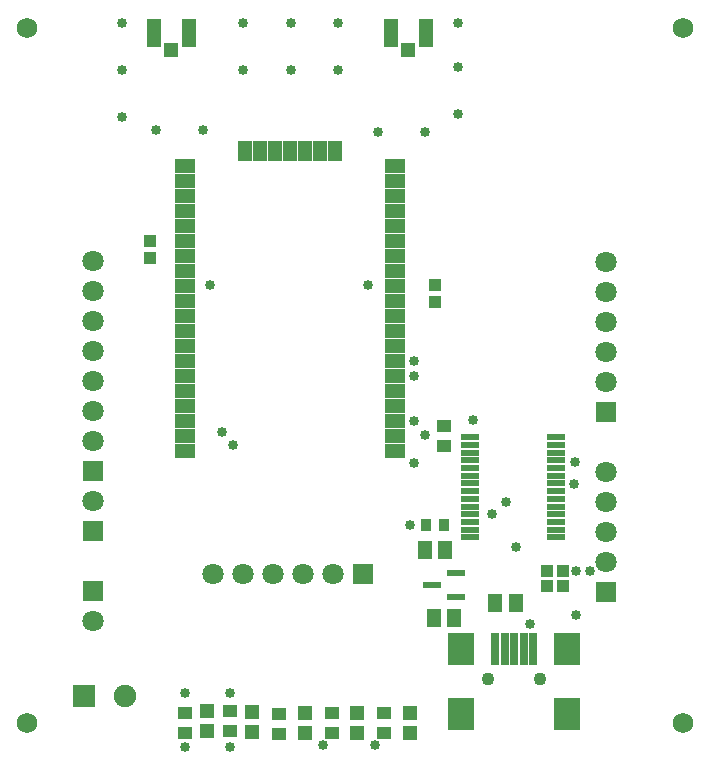
<source format=gbr>
%TF.GenerationSoftware,Altium Limited,Altium NEXUS,2.1.6 (59)*%
G04 Layer_Color=8388736*
%FSLAX45Y45*%
%MOMM*%
%TF.FileFunction,Soldermask,Top*%
%TF.Part,Single*%
G01*
G75*
%TA.AperFunction,SMDPad,CuDef*%
%ADD14R,1.61000X0.61000*%
%TA.AperFunction,ViaPad*%
%ADD34C,0.85320*%
%TA.AperFunction,WasherPad*%
%ADD35C,1.72720*%
%TA.AperFunction,ComponentPad*%
%ADD36C,1.10320*%
%ADD37R,1.80320X1.80320*%
%ADD38C,1.80320*%
%ADD39R,1.90320X1.90320*%
%ADD40C,1.90320*%
%ADD41R,1.80320X1.80320*%
%TA.AperFunction,SMDPad,CuDef*%
%ADD49R,1.20320X1.25320*%
%ADD50R,1.25320X2.40320*%
%ADD51R,1.30320X1.58320*%
%ADD52R,1.20320X1.10320*%
%ADD53R,1.20320X1.30320*%
%ADD54R,2.20320X2.70320*%
%ADD55R,0.70320X2.70320*%
%ADD56R,1.00320X1.10320*%
%ADD57R,1.60020X0.55120*%
%ADD58R,1.10320X1.00320*%
%ADD59R,1.21920X1.72720*%
%ADD60R,1.72720X1.21920*%
%ADD61R,0.90320X1.10320*%
D14*
X6275900Y4152900D02*
D03*
X6474900Y4255400D02*
D03*
Y4050400D02*
D03*
D34*
X6985000Y4470400D02*
D03*
X3937000Y8001000D02*
D03*
X6216600Y7988300D02*
D03*
X5816600D02*
D03*
X4330700Y8001000D02*
D03*
X5473700Y8509000D02*
D03*
X5080000D02*
D03*
X4673600D02*
D03*
X5473700Y8909000D02*
D03*
X5080000D02*
D03*
X4673600D02*
D03*
X3649700Y8109000D02*
D03*
Y8509000D02*
D03*
Y8909000D02*
D03*
X6489700Y8134400D02*
D03*
Y8534400D02*
D03*
Y8909000D02*
D03*
X5346700Y2794000D02*
D03*
X5791200D02*
D03*
X7607300Y4267200D02*
D03*
X7493000Y3898900D02*
D03*
Y4267200D02*
D03*
X6616700Y5549900D02*
D03*
X6896100Y4851400D02*
D03*
X6121400Y5181600D02*
D03*
X6781800Y4749800D02*
D03*
X6083300Y4660900D02*
D03*
X7480300Y5194300D02*
D03*
X7477700Y5006400D02*
D03*
X7099300Y3822700D02*
D03*
X4559300Y2781300D02*
D03*
Y3238500D02*
D03*
X4178300Y2781300D02*
D03*
Y3238500D02*
D03*
X6210300Y5422900D02*
D03*
X5727700Y6692900D02*
D03*
X4394200D02*
D03*
X4495800Y5448300D02*
D03*
X4584700Y5334000D02*
D03*
X6121400Y6045200D02*
D03*
Y5918200D02*
D03*
Y5537200D02*
D03*
D35*
X2844800Y8864600D02*
D03*
X8394700D02*
D03*
Y2984500D02*
D03*
X2844800D02*
D03*
D36*
X7188200Y3352800D02*
D03*
X6748200D02*
D03*
D37*
X3403600Y4610100D02*
D03*
X7743700Y5613400D02*
D03*
X3403600Y4102100D02*
D03*
Y5118100D02*
D03*
X7743700Y4089400D02*
D03*
D38*
X3403600Y4864100D02*
D03*
X7743700Y5867400D02*
D03*
Y6121400D02*
D03*
Y6375400D02*
D03*
Y6629400D02*
D03*
Y6883400D02*
D03*
X3403600Y3848100D02*
D03*
Y6896100D02*
D03*
Y6642100D02*
D03*
Y6388100D02*
D03*
Y6134100D02*
D03*
Y5880100D02*
D03*
Y5626100D02*
D03*
Y5372100D02*
D03*
X7743700Y4343400D02*
D03*
Y4597400D02*
D03*
Y4851400D02*
D03*
Y5105400D02*
D03*
X5435600Y4241800D02*
D03*
X5181600D02*
D03*
X4927600D02*
D03*
X4673600D02*
D03*
X4419600D02*
D03*
D39*
X3327400Y3213100D02*
D03*
D40*
X3677400D02*
D03*
D41*
X5689600Y4241800D02*
D03*
D49*
X6070500Y8676500D02*
D03*
X4067300D02*
D03*
D50*
X6218000Y8826500D02*
D03*
X5923000D02*
D03*
X4216400D02*
D03*
X3921400D02*
D03*
D51*
X6289100Y3873500D02*
D03*
X6461700D02*
D03*
X6385500Y4445000D02*
D03*
X6212900D02*
D03*
X6809800Y4000500D02*
D03*
X6982400D02*
D03*
D52*
X5867400Y2899500D02*
D03*
Y3069500D02*
D03*
X6375400Y5325200D02*
D03*
Y5495200D02*
D03*
X5422900Y2899500D02*
D03*
Y3069500D02*
D03*
X4978400Y2886800D02*
D03*
Y3056800D02*
D03*
X4559300Y3082200D02*
D03*
Y2912200D02*
D03*
X4178300Y3069500D02*
D03*
Y2899500D02*
D03*
D53*
X6083300D02*
D03*
Y3069500D02*
D03*
X5638800Y2899500D02*
D03*
Y3069500D02*
D03*
X5194300Y2899500D02*
D03*
Y3069500D02*
D03*
X4749800Y2903400D02*
D03*
Y3073400D02*
D03*
X4368800Y2912200D02*
D03*
Y3082200D02*
D03*
D54*
X7414200Y3055800D02*
D03*
X6522200D02*
D03*
X7414200Y3603800D02*
D03*
X6522200D02*
D03*
D55*
X7128200D02*
D03*
X7048200D02*
D03*
X6968200D02*
D03*
X6888200D02*
D03*
X6808200D02*
D03*
D56*
X7385200Y4140200D02*
D03*
X7245200D02*
D03*
X7385200Y4267200D02*
D03*
X7245200D02*
D03*
D57*
X6591300Y4554000D02*
D03*
Y4619000D02*
D03*
Y4684000D02*
D03*
Y4749000D02*
D03*
Y4814000D02*
D03*
Y4879000D02*
D03*
Y4944000D02*
D03*
Y5009000D02*
D03*
Y5074000D02*
D03*
Y5139000D02*
D03*
Y5204000D02*
D03*
Y5269000D02*
D03*
Y5334000D02*
D03*
Y5399000D02*
D03*
X7322500Y4554000D02*
D03*
Y4619000D02*
D03*
Y4684000D02*
D03*
Y4749000D02*
D03*
Y4814000D02*
D03*
Y4944000D02*
D03*
Y4879000D02*
D03*
Y5009000D02*
D03*
Y5074000D02*
D03*
Y5139000D02*
D03*
Y5204000D02*
D03*
Y5269000D02*
D03*
Y5334000D02*
D03*
Y5399000D02*
D03*
D58*
X3886200Y7061500D02*
D03*
Y6921500D02*
D03*
X6299200Y6546700D02*
D03*
Y6686700D02*
D03*
D59*
X5448300Y7823200D02*
D03*
X5321300D02*
D03*
X5194300D02*
D03*
X5067300D02*
D03*
X4940300D02*
D03*
X4813300D02*
D03*
X4686300D02*
D03*
D60*
X4178300Y7696200D02*
D03*
Y7569200D02*
D03*
Y7442200D02*
D03*
Y7315200D02*
D03*
Y7188200D02*
D03*
Y7061200D02*
D03*
Y6934200D02*
D03*
Y6807200D02*
D03*
Y6680200D02*
D03*
Y6553200D02*
D03*
Y6426200D02*
D03*
Y6299200D02*
D03*
Y6172200D02*
D03*
Y6045200D02*
D03*
Y5918200D02*
D03*
Y5791200D02*
D03*
Y5664200D02*
D03*
Y5537200D02*
D03*
Y5410200D02*
D03*
Y5283200D02*
D03*
X5956300D02*
D03*
Y5410200D02*
D03*
Y5537200D02*
D03*
Y5664200D02*
D03*
Y5791200D02*
D03*
Y5918200D02*
D03*
Y6045200D02*
D03*
Y6172200D02*
D03*
Y6299200D02*
D03*
Y6426200D02*
D03*
Y6553200D02*
D03*
Y6680200D02*
D03*
Y6807200D02*
D03*
Y6934200D02*
D03*
Y7061200D02*
D03*
Y7188200D02*
D03*
Y7315200D02*
D03*
Y7442200D02*
D03*
Y7569200D02*
D03*
Y7696200D02*
D03*
D61*
X6224200Y4660900D02*
D03*
X6374200D02*
D03*
%TF.MD5,edb3d019202fd4217b81ebfc108e47d3*%
M02*

</source>
